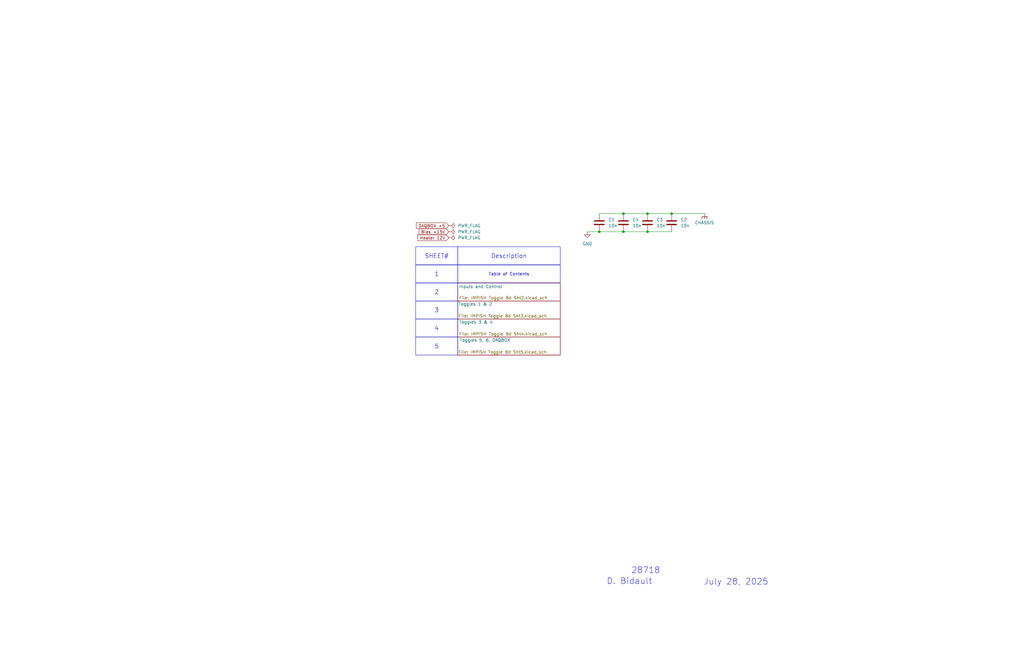
<source format=kicad_sch>
(kicad_sch (version 20250114) (generator "eeschema") (generator_version "9.0")
  (paper "B")
  (title_block (title "IMPISH POWER SUPPLY TOGGLES BOARD") (rev "-") (company "SOUTHWEST RESEARCH INSTITUTE"))
  (lib_symbols
    (symbol "Device:C" (pin_numbers (hide yes)) (pin_names (offset 0.254))
      (property "Reference" "C" (at 0.635 2.54 0))
      (property "Value" "C" (at 0.635 -2.54 0))
      (symbol "C_0_1"
        (polyline (pts (xy -2.032 0.762) (xy 2.032 0.762)) (stroke (width 0.508)))
        (polyline (pts (xy -2.032 -0.762) (xy 2.032 -0.762)) (stroke (width 0.508)))
      )
      (symbol "C_1_1"
        (pin passive line (at 0 3.81 270) (length 2.794) (name "~") (number "1"))
        (pin passive line (at 0 -3.81 90) (length 2.794) (name "~") (number "2"))
      )
    )
    (symbol "IMPISH Toggles Library:CHASSIS" (power) (pin_numbers (hide yes)) (pin_names (offset 0) (hide yes))
      (property "Value" "CHASSIS" (at 0 -3.81 0))
      (symbol "CHASSIS_0_1"
        (polyline (pts (xy -1.016 -1.27) (xy -1.27 -2.032) (xy -1.27 -2.032)) (stroke (width 0.2032)))
        (polyline (pts (xy 0 -1.27) (xy 0 0)))
        (polyline (pts (xy 0 -1.27) (xy -0.254 -2.032) (xy -0.254 -2.032)) (stroke (width 0.2032)))
        (polyline (pts (xy 1.016 -1.27) (xy -1.016 -1.27) (xy -1.016 -1.27)) (stroke (width 0.2032)))
        (polyline (pts (xy 1.016 -1.27) (xy 0.762 -2.032) (xy 0.762 -2.032) (xy 0.762 -2.032)) (stroke (width 0.2032)))
      )
      (symbol "CHASSIS_1_1"
        (pin power_in line (at 0 0 270) (length 0) (name "~") (number "1"))
      )
    )
    (symbol "power:GND" (power) (pin_numbers (hide yes)) (pin_names (offset 0) (hide yes))
      (property "Value" "GND" (at 0 -3.81 0))
      (symbol "GND_0_1"
        (polyline (pts (xy 0 0) (xy 0 -1.27) (xy 1.27 -1.27) (xy 0 -2.54) (xy -1.27 -1.27) (xy 0 -1.27)))
      )
      (symbol "GND_1_1"
        (pin power_in line (at 0 0 270) (length 0) (name "~") (number "1"))
      )
    )
    (symbol "power:PWR_FLAG" (power) (pin_numbers (hide yes)) (pin_names (offset 0) (hide yes))
      (property "Value" "PWR_FLAG" (at 0 3.81 0))
      (symbol "PWR_FLAG_0_0"
        (pin power_out line (at 0 0 90) (length 0) (name "~") (number "1"))
      )
      (symbol "PWR_FLAG_0_1"
        (polyline (pts (xy 0 0) (xy 0 1.27) (xy -1.016 1.905) (xy 0 2.54) (xy 1.016 1.905) (xy 0 1.27)))
      )
    )
  )
  (text "28718" (at 272.288 240.792 0) (effects (font (size 2.54 2.54))))
  (text "July 28, 2025" (at 310.388 245.618 0) (effects (font (size 2.54 2.54))))
  (text "D. Bidault" (at 265.43 245.364 0) (effects (font (size 2.54 2.54))))
  (text_box "5\n" (at 175.26 142.24 0) (size 17.78 7.62) (margins 0.9525 0.9525 0.9525 0.9525) (effects (font (size 1.778 1.778))))
  (text_box "Table of Contents" (at 193.04 111.76 0) (size 43.18 7.62) (margins 0.9525 0.9525 0.9525 0.9525) (effects (font (size 1.27 1.27))))
  (text_box "SHEET#" (at 175.26 104.14 0) (size 17.78 7.62) (margins 0.9525 0.9525 0.9525 0.9525) (effects (font (size 1.778 1.778))))
  (text_box "2" (at 175.26 119.38 0) (size 17.78 7.62) (margins 0.9525 0.9525 0.9525 0.9525) (effects (font (size 1.778 1.778))))
  (text_box "4\n" (at 175.26 134.62 0) (size 17.78 7.62) (margins 0.9525 0.9525 0.9525 0.9525) (effects (font (size 1.778 1.778))))
  (text_box "Description" (at 193.04 104.14 0) (size 43.18 7.62) (margins 0.9525 0.9525 0.9525 0.9525) (effects (font (size 1.778 1.778))))
  (text_box "1" (at 175.26 111.76 0) (size 17.78 7.62) (margins 0.9525 0.9525 0.9525 0.9525) (effects (font (size 1.778 1.778))))
  (text_box "3" (at 175.26 127 0) (size 17.78 7.62) (margins 0.9525 0.9525 0.9525 0.9525) (effects (font (size 1.778 1.778))))
  (junction (at 262.89 90.17))
  (junction (at 252.73 97.79))
  (junction (at 283.21 90.17))
  (junction (at 262.89 97.79))
  (junction (at 273.05 90.17))
  (junction (at 273.05 97.79))
  (wire (pts (xy 273.05 90.17) (xy 283.21 90.17)))
  (wire (pts (xy 252.73 97.79) (xy 262.89 97.79)))
  (wire (pts (xy 262.89 90.17) (xy 273.05 90.17)))
  (wire (pts (xy 262.89 97.79) (xy 273.05 97.79)))
  (wire (pts (xy 283.21 90.17) (xy 297.18 90.17)))
  (wire (pts (xy 247.65 97.79) (xy 252.73 97.79)))
  (wire (pts (xy 252.73 90.17) (xy 262.89 90.17)))
  (wire (pts (xy 273.05 97.79) (xy 283.21 97.79)))
  (global_label "Heater 12V" (shape input) (at 189.23 100.33 180) (property "Intersheetrefs" "${INTERSHEET_REFS}" (effects (hide yes))))
  (global_label "DAQBOX +5" (shape input) (at 189.23 95.25 180) (property "Intersheetrefs" "${INTERSHEET_REFS}" (effects (hide yes))))
  (global_label "Bias +15V" (shape input) (at 189.23 97.79 180) (property "Intersheetrefs" "${INTERSHEET_REFS}" (effects (hide yes))))
  (symbol (lib_id "power:PWR_FLAG") (at 189.23 100.33 270) (unit 1)
    (property "Reference" "#FLG03" (effects (hide yes)))
    (property "Value" "PWR_FLAG" (at 193.04 100.3299 90) (effects (justify left)))
    (property "Description" "Special symbol for telling ERC where power comes from" (effects (hide yes)))
  )
  (symbol (lib_id "power:GND") (at 247.65 97.79 0) (unit 1)
    (property "Reference" "#PWR08" (effects (hide yes)))
    (property "Value" "GND" (at 247.65 102.87 0))
    (property "Description" "Power symbol creates a global label with name \"GND\" , ground" (effects (hide yes)))
  )
  (symbol (lib_id "Device:C") (at 273.05 93.98 0) (unit 1)
    (property "Reference" "C3" (at 276.86 92.7099 0) (effects (justify left)))
    (property "Value" "10n" (at 276.86 95.2499 0) (effects (justify left)))
    (property "Footprint" "Capacitor_SMD:C_0805_2012Metric_Pad1.18x1.45mm_HandSolder" (effects (hide yes)))
    (property "Description" "Unpolarized capacitor" (effects (hide yes)))
    (property "PN" "C0805C103K2RECAUTO" (effects (hide yes)))
  )
  (symbol (lib_id "Device:C") (at 262.89 93.98 0) (unit 1)
    (property "Reference" "C4" (at 266.7 92.7099 0) (effects (justify left)))
    (property "Value" "10n" (at 266.7 95.2499 0) (effects (justify left)))
    (property "Footprint" "Capacitor_SMD:C_0805_2012Metric_Pad1.18x1.45mm_HandSolder" (effects (hide yes)))
    (property "Description" "Unpolarized capacitor" (effects (hide yes)))
    (property "PN" "C0805C103K2RECAUTO" (effects (hide yes)))
  )
  (symbol (lib_id "power:PWR_FLAG") (at 189.23 97.79 270) (unit 1)
    (property "Reference" "#FLG02" (effects (hide yes)))
    (property "Value" "PWR_FLAG" (at 193.04 97.7899 90) (effects (justify left)))
    (property "Description" "Special symbol for telling ERC where power comes from" (effects (hide yes)))
  )
  (symbol (lib_id "Device:C") (at 283.21 93.98 0) (unit 1)
    (property "Reference" "C2" (at 287.02 92.7099 0) (effects (justify left)))
    (property "Value" "10n" (at 287.02 95.2499 0) (effects (justify left)))
    (property "Footprint" "Capacitor_SMD:C_0805_2012Metric_Pad1.18x1.45mm_HandSolder" (effects (hide yes)))
    (property "Description" "Unpolarized capacitor" (effects (hide yes)))
    (property "PN" "C0805C103K2RECAUTO" (effects (hide yes)))
  )
  (symbol (lib_id "power:PWR_FLAG") (at 189.23 95.25 270) (unit 1)
    (property "Reference" "#FLG04" (effects (hide yes)))
    (property "Value" "PWR_FLAG" (at 193.04 95.2499 90) (effects (justify left)))
    (property "Description" "Special symbol for telling ERC where power comes from" (effects (hide yes)))
  )
  (symbol (lib_id "Device:C") (at 252.73 93.98 0) (unit 1)
    (property "Reference" "C1" (at 256.54 92.7099 0) (effects (justify left)))
    (property "Value" "10n" (at 256.54 95.2499 0) (effects (justify left)))
    (property "Footprint" "Capacitor_SMD:C_0805_2012Metric_Pad1.18x1.45mm_HandSolder" (effects (hide yes)))
    (property "Description" "Unpolarized capacitor" (effects (hide yes)))
    (property "PN" "C0805C103K2RECAUTO" (effects (hide yes)))
  )
  (symbol (lib_id "IMPISH Toggles Library:CHASSIS") (at 297.18 90.17 0) (unit 1)
    (property "Reference" "#PWR05" (effects (hide yes)))
    (property "Value" "CHASSIS" (at 297.053 93.98 0))
    (property "Description" "Power symbol creates a global label with name \"GND_Chassis\" , global ground" (effects (hide yes)))
  )
  (sheet (at 193.04 119.38) (size 43.18 7.62) (stroke (width 0.1524))
    (property "Sheetname" "Inputs and Control" (at 193.548 121.666 0) (effects (justify left bottom)))
    (property "Sheetfile" "IMPISH Toggle Bd Sht2.kicad_sch" (at 193.548 124.968 0) (effects (justify left top)))
  )
  (sheet (at 193.04 127) (size 43.18 7.62) (stroke (width 0.1524))
    (property "Sheetname" "Toggles 1 & 2" (at 193.294 129.032 0) (effects (justify left bottom)))
    (property "Sheetfile" "IMPISH Toggle Bd Sht3.kicad_sch" (at 193.294 132.588 0) (effects (justify left top)))
  )
  (sheet (at 193.04 142.24) (size 43.18 7.62) (stroke (width 0.1524))
    (property "Sheetname" "Toggles 5, 6, DAQBOX" (at 193.802 144.272 0) (effects (justify left bottom)))
    (property "Sheetfile" "IMPISH Toggle Bd Sht5.kicad_sch" (at 193.294 147.828 0) (effects (justify left top)))
  )
  (sheet (at 193.04 134.62) (size 43.18 7.62) (stroke (width 0.1524))
    (property "Sheetname" "Toggles 3 & 4" (at 193.548 136.652 0) (effects (justify left bottom)))
    (property "Sheetfile" "IMPISH Toggle Bd Sht4.kicad_sch" (at 193.548 140.208 0) (effects (justify left top)))
  )
)
</source>
